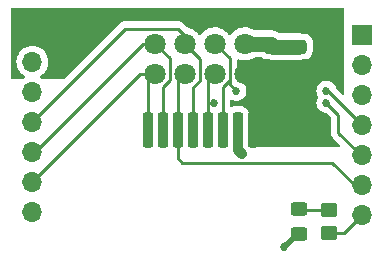
<source format=gbr>
%TF.GenerationSoftware,KiCad,Pcbnew,(6.0.5)*%
%TF.CreationDate,2022-06-21T02:12:09-04:00*%
%TF.ProjectId,nRF24L01_shield_v001a,6e524632-344c-4303-915f-736869656c64,rev?*%
%TF.SameCoordinates,Original*%
%TF.FileFunction,Copper,L1,Top*%
%TF.FilePolarity,Positive*%
%FSLAX46Y46*%
G04 Gerber Fmt 4.6, Leading zero omitted, Abs format (unit mm)*
G04 Created by KiCad (PCBNEW (6.0.5)) date 2022-06-21 02:12:09*
%MOMM*%
%LPD*%
G01*
G04 APERTURE LIST*
G04 Aperture macros list*
%AMRoundRect*
0 Rectangle with rounded corners*
0 $1 Rounding radius*
0 $2 $3 $4 $5 $6 $7 $8 $9 X,Y pos of 4 corners*
0 Add a 4 corners polygon primitive as box body*
4,1,4,$2,$3,$4,$5,$6,$7,$8,$9,$2,$3,0*
0 Add four circle primitives for the rounded corners*
1,1,$1+$1,$2,$3*
1,1,$1+$1,$4,$5*
1,1,$1+$1,$6,$7*
1,1,$1+$1,$8,$9*
0 Add four rect primitives between the rounded corners*
20,1,$1+$1,$2,$3,$4,$5,0*
20,1,$1+$1,$4,$5,$6,$7,0*
20,1,$1+$1,$6,$7,$8,$9,0*
20,1,$1+$1,$8,$9,$2,$3,0*%
G04 Aperture macros list end*
%TA.AperFunction,ComponentPad*%
%ADD10C,1.800000*%
%TD*%
%TA.AperFunction,SMDPad,CuDef*%
%ADD11RoundRect,0.250000X0.475000X-0.337500X0.475000X0.337500X-0.475000X0.337500X-0.475000X-0.337500X0*%
%TD*%
%TA.AperFunction,SMDPad,CuDef*%
%ADD12RoundRect,0.225000X0.225000X1.275000X-0.225000X1.275000X-0.225000X-1.275000X0.225000X-1.275000X0*%
%TD*%
%TA.AperFunction,ComponentPad*%
%ADD13R,1.700000X1.700000*%
%TD*%
%TA.AperFunction,ComponentPad*%
%ADD14O,1.700000X1.700000*%
%TD*%
%TA.AperFunction,SMDPad,CuDef*%
%ADD15RoundRect,0.250000X0.450000X-0.350000X0.450000X0.350000X-0.450000X0.350000X-0.450000X-0.350000X0*%
%TD*%
%TA.AperFunction,SMDPad,CuDef*%
%ADD16RoundRect,0.250000X0.450000X-0.325000X0.450000X0.325000X-0.450000X0.325000X-0.450000X-0.325000X0*%
%TD*%
%TA.AperFunction,ViaPad*%
%ADD17C,0.685800*%
%TD*%
%TA.AperFunction,Conductor*%
%ADD18C,1.275000*%
%TD*%
%TA.AperFunction,Conductor*%
%ADD19C,0.508000*%
%TD*%
%TA.AperFunction,Conductor*%
%ADD20C,0.875000*%
%TD*%
%TA.AperFunction,Conductor*%
%ADD21C,0.250000*%
%TD*%
%TA.AperFunction,Conductor*%
%ADD22C,0.152400*%
%TD*%
G04 APERTURE END LIST*
D10*
%TO.P,U1,1,GND*%
%TO.N,GND*%
X157710000Y-79330000D03*
%TO.P,U1,2,CE*%
%TO.N,D9*%
X155170000Y-79330000D03*
%TO.P,U1,3,SCK*%
%TO.N,D13{slash}SCK*%
X152630000Y-79330000D03*
%TO.P,U1,4,MISO*%
%TO.N,D12{slash}MISO*%
X150090000Y-79330000D03*
%TO.P,U1,5,IRQ*%
%TO.N,D2{slash}INT0*%
X150090000Y-81870000D03*
%TO.P,U1,6,MOSI*%
%TO.N,D11{slash}MOSI*%
X152630000Y-81870000D03*
%TO.P,U1,7,CSN*%
%TO.N,D10{slash}SS*%
X155170000Y-81870000D03*
%TO.P,U1,8,VCC*%
%TO.N,VCC*%
X157710000Y-81870000D03*
%TD*%
D11*
%TO.P,C1,1*%
%TO.N,VCC*%
X160100000Y-81637500D03*
%TO.P,C1,2*%
%TO.N,GND*%
X160100000Y-79562500D03*
%TD*%
%TO.P,C2,1*%
%TO.N,VCC*%
X162200000Y-81637500D03*
%TO.P,C2,2*%
%TO.N,GND*%
X162200000Y-79562500D03*
%TD*%
D12*
%TO.P,U2,1,3.3V*%
%TO.N,VCC*%
X158345000Y-86600000D03*
%TO.P,U2,2,GND*%
%TO.N,GND*%
X157075000Y-86600000D03*
%TO.P,U2,3,CE*%
%TO.N,D9*%
X155805000Y-86600000D03*
%TO.P,U2,4,CSN*%
%TO.N,D10{slash}SS*%
X154535000Y-86600000D03*
%TO.P,U2,5,SCK*%
%TO.N,D13{slash}SCK*%
X153265000Y-86600000D03*
%TO.P,U2,6,MOSI*%
%TO.N,D11{slash}MOSI*%
X151995000Y-86600000D03*
%TO.P,U2,7,MISO*%
%TO.N,D12{slash}MISO*%
X150725000Y-86600000D03*
%TO.P,U2,8,IRQ*%
%TO.N,D2{slash}INT0*%
X149455000Y-86600000D03*
%TD*%
D13*
%TO.P,J1,1,Pin_1*%
%TO.N,VCC*%
X139700000Y-78300000D03*
D14*
%TO.P,J1,2,Pin_2*%
%TO.N,D4*%
X139700000Y-80840000D03*
%TO.P,J1,3,Pin_3*%
%TO.N,D3*%
X139700000Y-83380000D03*
%TO.P,J1,4,Pin_4*%
%TO.N,D13{slash}SCK*%
X139700000Y-85920000D03*
%TO.P,J1,5,Pin_5*%
%TO.N,D12{slash}MISO*%
X139700000Y-88460000D03*
%TO.P,J1,6,Pin_6*%
%TO.N,D2{slash}INT0*%
X139700000Y-91000000D03*
%TO.P,J1,7,Pin_7*%
%TO.N,A5{slash}SCL*%
X139700000Y-93540000D03*
%TD*%
D13*
%TO.P,J2,1,Pin_1*%
%TO.N,GND*%
X167640000Y-78600000D03*
D14*
%TO.P,J2,2,Pin_2*%
%TO.N,D5*%
X167640000Y-81140000D03*
%TO.P,J2,3,Pin_3*%
%TO.N,D7*%
X167640000Y-83680000D03*
%TO.P,J2,4,Pin_4*%
%TO.N,D9*%
X167640000Y-86220000D03*
%TO.P,J2,5,Pin_5*%
%TO.N,D10{slash}SS*%
X167640000Y-88760000D03*
%TO.P,J2,6,Pin_6*%
%TO.N,D11{slash}MOSI*%
X167640000Y-91300000D03*
%TO.P,J2,7,Pin_7*%
%TO.N,D6*%
X167640000Y-93840000D03*
%TD*%
D15*
%TO.P,R1,1*%
%TO.N,D6*%
X164840196Y-95381022D03*
%TO.P,R1,2*%
%TO.N,Net-(D1-Pad2)*%
X164840196Y-93381022D03*
%TD*%
D16*
%TO.P,D1,1,K*%
%TO.N,GND*%
X162300196Y-95406022D03*
%TO.P,D1,2,A*%
%TO.N,Net-(D1-Pad2)*%
X162300196Y-93356022D03*
%TD*%
D17*
%TO.N,GND*%
X161036000Y-96520000D03*
X157463335Y-88675240D03*
%TO.N,D9*%
X164592000Y-83312000D03*
X156972000Y-83312000D03*
%TO.N,D10{slash}SS*%
X155105028Y-84323469D03*
X164592000Y-84328000D03*
%TD*%
D18*
%TO.N,GND*%
X159867500Y-79330000D02*
X160100000Y-79562500D01*
D19*
X162300196Y-95406022D02*
X162149978Y-95406022D01*
D18*
X157710000Y-79330000D02*
X159867500Y-79330000D01*
D20*
X157075000Y-86600000D02*
X157075000Y-88286905D01*
D19*
X162149978Y-95406022D02*
X161036000Y-96520000D01*
D20*
X157075000Y-88286905D02*
X157463335Y-88675240D01*
D18*
X160100000Y-79562500D02*
X162200000Y-79562500D01*
D21*
%TO.N,Net-(D1-Pad2)*%
X164840196Y-93381022D02*
X162325196Y-93381022D01*
D22*
X162325196Y-93381022D02*
X162300196Y-93356022D01*
D21*
%TO.N,D13{slash}SCK*%
X153265000Y-83057699D02*
X153900000Y-82422699D01*
X147570480Y-78049520D02*
X152050480Y-78049520D01*
X153900000Y-80600000D02*
X152630000Y-79330000D01*
X152630000Y-78629040D02*
X152630000Y-79330000D01*
X153900000Y-82422699D02*
X153900000Y-80600000D01*
X139700000Y-85920000D02*
X147570480Y-78049520D01*
X153265000Y-86600000D02*
X153265000Y-83057699D01*
X152050480Y-78049520D02*
X152630000Y-78629040D01*
%TO.N,D12{slash}MISO*%
X151314511Y-80554511D02*
X150090000Y-79330000D01*
X151314511Y-82377210D02*
X151314511Y-80554511D01*
X149070000Y-79330000D02*
X150090000Y-79330000D01*
X150725000Y-86600000D02*
X150725000Y-82966721D01*
X150725000Y-82966721D02*
X151314511Y-82377210D01*
X139940000Y-88460000D02*
X149070000Y-79330000D01*
X139700000Y-88460000D02*
X139940000Y-88460000D01*
%TO.N,D2{slash}INT0*%
X149455000Y-86600000D02*
X149455000Y-82505000D01*
X148830000Y-81870000D02*
X150090000Y-81870000D01*
X149455000Y-82505000D02*
X150090000Y-81870000D01*
X139700000Y-91000000D02*
X148830000Y-81870000D01*
%TO.N,D9*%
X155805000Y-82966721D02*
X156400000Y-82371721D01*
X155805000Y-86600000D02*
X155805000Y-82966721D01*
X156972000Y-83312000D02*
X156400000Y-82740000D01*
X156400000Y-82371721D02*
X156400000Y-80560000D01*
X164732000Y-83312000D02*
X167640000Y-86220000D01*
X156400000Y-82740000D02*
X156400000Y-82371721D01*
X156400000Y-80560000D02*
X155170000Y-79330000D01*
X164592000Y-83312000D02*
X164732000Y-83312000D01*
%TO.N,D10{slash}SS*%
X154535000Y-86600000D02*
X154535000Y-84431000D01*
X165608000Y-85344000D02*
X165608000Y-86868000D01*
X165608000Y-86868000D02*
X167500000Y-88760000D01*
X154535000Y-84431000D02*
X154535000Y-82505000D01*
X164592000Y-84328000D02*
X165608000Y-85344000D01*
X154638000Y-84328000D02*
X154535000Y-84431000D01*
X154535000Y-82505000D02*
X155170000Y-81870000D01*
X154940000Y-84328000D02*
X154638000Y-84328000D01*
X167500000Y-88760000D02*
X167640000Y-88760000D01*
%TO.N,D11{slash}MOSI*%
X151995000Y-86600000D02*
X151995000Y-82505000D01*
X167640000Y-91300000D02*
X166992000Y-91300000D01*
X166992000Y-91300000D02*
X165100000Y-89408000D01*
X165100000Y-89408000D02*
X152384794Y-89408000D01*
X151995000Y-82505000D02*
X152630000Y-81870000D01*
X152384794Y-89408000D02*
X151995000Y-89018206D01*
X151995000Y-89018206D02*
X151995000Y-86600000D01*
%TO.N,D6*%
X167640000Y-93840000D02*
X166098978Y-95381022D01*
X166098978Y-95381022D02*
X164840196Y-95381022D01*
%TD*%
%TA.AperFunction,Conductor*%
%TO.N,VCC*%
G36*
X166058121Y-76290502D02*
G01*
X166104614Y-76344158D01*
X166116000Y-76396500D01*
X166116000Y-83507219D01*
X166095998Y-83575340D01*
X166042342Y-83621833D01*
X165972068Y-83631937D01*
X165907488Y-83602443D01*
X165900905Y-83596314D01*
X165433877Y-83129286D01*
X165403139Y-83079127D01*
X165368771Y-82973354D01*
X165366729Y-82967069D01*
X165278084Y-82813531D01*
X165225465Y-82755091D01*
X165163876Y-82686690D01*
X165163875Y-82686689D01*
X165159454Y-82681779D01*
X165154112Y-82677898D01*
X165154110Y-82677896D01*
X165021365Y-82581452D01*
X165021364Y-82581451D01*
X165016023Y-82577571D01*
X164854061Y-82505460D01*
X164680645Y-82468600D01*
X164503355Y-82468600D01*
X164329939Y-82505460D01*
X164167977Y-82577571D01*
X164162636Y-82581451D01*
X164162635Y-82581452D01*
X164029890Y-82677896D01*
X164029888Y-82677898D01*
X164024546Y-82681779D01*
X164020125Y-82686689D01*
X164020124Y-82686690D01*
X163958536Y-82755091D01*
X163905916Y-82813531D01*
X163817271Y-82967069D01*
X163762486Y-83135681D01*
X163743954Y-83312000D01*
X163762486Y-83488319D01*
X163817271Y-83656931D01*
X163820574Y-83662653D01*
X163820575Y-83662654D01*
X163875046Y-83757000D01*
X163891784Y-83825995D01*
X163875046Y-83882999D01*
X163817271Y-83983069D01*
X163794722Y-84052469D01*
X163788038Y-84073041D01*
X163762486Y-84151681D01*
X163743954Y-84328000D01*
X163762486Y-84504319D01*
X163817271Y-84672931D01*
X163905916Y-84826469D01*
X163910334Y-84831376D01*
X163910335Y-84831377D01*
X164020124Y-84953310D01*
X164024546Y-84958221D01*
X164029888Y-84962102D01*
X164029890Y-84962104D01*
X164162635Y-85058548D01*
X164167977Y-85062429D01*
X164329939Y-85134540D01*
X164503355Y-85171400D01*
X164509958Y-85171400D01*
X164511233Y-85171534D01*
X164576890Y-85198547D01*
X164587159Y-85207749D01*
X164945596Y-85566187D01*
X164979621Y-85628499D01*
X164982500Y-85655282D01*
X164982500Y-86790297D01*
X164981983Y-86801257D01*
X164980327Y-86808667D01*
X164980576Y-86816593D01*
X164980576Y-86816594D01*
X164982438Y-86875841D01*
X164982500Y-86879799D01*
X164982500Y-86907350D01*
X164982996Y-86911273D01*
X164983003Y-86911388D01*
X164983923Y-86923068D01*
X164985291Y-86966627D01*
X164990836Y-86985712D01*
X164994844Y-87005062D01*
X164997336Y-87024792D01*
X165013384Y-87065323D01*
X165017219Y-87076524D01*
X165029382Y-87118390D01*
X165039498Y-87135494D01*
X165048195Y-87153245D01*
X165055514Y-87171732D01*
X165081129Y-87206988D01*
X165087646Y-87216910D01*
X165105790Y-87247590D01*
X165105793Y-87247594D01*
X165109830Y-87254420D01*
X165123880Y-87268470D01*
X165136721Y-87283504D01*
X165148406Y-87299587D01*
X165154514Y-87304640D01*
X165181989Y-87327369D01*
X165190769Y-87335359D01*
X165746184Y-87890774D01*
X165780210Y-87953086D01*
X165775145Y-88023901D01*
X165732598Y-88080737D01*
X165666078Y-88105548D01*
X165657089Y-88105869D01*
X158269347Y-88105869D01*
X158201226Y-88085867D01*
X158171426Y-88059162D01*
X158163445Y-88049306D01*
X158163439Y-88049299D01*
X158161364Y-88046737D01*
X158062405Y-87947778D01*
X158028379Y-87885466D01*
X158025500Y-87858683D01*
X158025499Y-85280061D01*
X158025499Y-85276794D01*
X158015003Y-85175628D01*
X157961463Y-85015148D01*
X157872440Y-84871289D01*
X157752711Y-84751769D01*
X157710056Y-84725476D01*
X157614927Y-84666837D01*
X157614925Y-84666836D01*
X157608697Y-84662997D01*
X157448124Y-84609737D01*
X157441288Y-84609037D01*
X157441285Y-84609036D01*
X157391203Y-84603905D01*
X157348207Y-84599500D01*
X157077107Y-84599500D01*
X156801794Y-84599501D01*
X156798550Y-84599838D01*
X156798542Y-84599838D01*
X156754120Y-84604447D01*
X156700628Y-84609997D01*
X156694090Y-84612178D01*
X156694091Y-84612178D01*
X156596376Y-84644778D01*
X156525426Y-84647362D01*
X156464343Y-84611178D01*
X156432518Y-84547714D01*
X156430500Y-84525254D01*
X156430500Y-84188148D01*
X156450502Y-84120027D01*
X156504158Y-84073534D01*
X156574432Y-84063430D01*
X156607746Y-84073040D01*
X156709939Y-84118540D01*
X156883355Y-84155400D01*
X157060645Y-84155400D01*
X157234061Y-84118540D01*
X157396023Y-84046429D01*
X157474581Y-83989354D01*
X157534110Y-83946104D01*
X157534112Y-83946102D01*
X157539454Y-83942221D01*
X157640921Y-83829531D01*
X157653665Y-83815377D01*
X157653666Y-83815376D01*
X157658084Y-83810469D01*
X157746729Y-83656931D01*
X157801514Y-83488319D01*
X157820046Y-83312000D01*
X157801514Y-83135681D01*
X157746729Y-82967069D01*
X157658084Y-82813531D01*
X157605465Y-82755091D01*
X157543876Y-82686690D01*
X157543875Y-82686689D01*
X157539454Y-82681779D01*
X157534112Y-82677898D01*
X157534110Y-82677896D01*
X157401365Y-82581452D01*
X157401364Y-82581451D01*
X157396023Y-82577571D01*
X157234061Y-82505460D01*
X157227603Y-82504087D01*
X157227602Y-82504087D01*
X157127504Y-82482811D01*
X157065031Y-82449083D01*
X157030709Y-82386933D01*
X157028260Y-82371424D01*
X157026059Y-82348144D01*
X157025500Y-82336284D01*
X157025500Y-80750820D01*
X157045502Y-80682699D01*
X157099158Y-80636206D01*
X157169432Y-80626102D01*
X157196448Y-80633110D01*
X157317934Y-80679501D01*
X157323000Y-80680532D01*
X157323001Y-80680532D01*
X157361168Y-80688297D01*
X157543607Y-80725414D01*
X157673352Y-80730172D01*
X157768585Y-80733664D01*
X157768589Y-80733664D01*
X157773749Y-80733853D01*
X157778869Y-80733197D01*
X157778871Y-80733197D01*
X157848272Y-80724307D01*
X158002178Y-80704591D01*
X158007126Y-80703106D01*
X158007133Y-80703105D01*
X158194882Y-80646777D01*
X158222761Y-80638413D01*
X158429574Y-80537096D01*
X158488424Y-80495119D01*
X158493609Y-80491421D01*
X158566777Y-80468000D01*
X159082667Y-80468000D01*
X159150788Y-80488002D01*
X159153980Y-80490280D01*
X159156689Y-80492984D01*
X159305666Y-80584814D01*
X159312614Y-80587119D01*
X159312615Y-80587119D01*
X159465241Y-80637744D01*
X159465243Y-80637745D01*
X159471772Y-80639910D01*
X159575134Y-80650500D01*
X159731711Y-80650500D01*
X159767497Y-80655689D01*
X159769760Y-80656359D01*
X159775320Y-80658600D01*
X159805373Y-80664469D01*
X159809264Y-80665229D01*
X159823524Y-80668891D01*
X159850757Y-80677608D01*
X159850761Y-80677609D01*
X159856469Y-80679436D01*
X159862414Y-80680150D01*
X159862418Y-80680151D01*
X159918269Y-80686860D01*
X159927391Y-80688297D01*
X159988446Y-80700220D01*
X159994171Y-80700500D01*
X160024276Y-80700500D01*
X160039304Y-80701399D01*
X160066123Y-80704621D01*
X160066127Y-80704621D01*
X160072070Y-80705335D01*
X160078045Y-80704912D01*
X160078049Y-80704912D01*
X160135907Y-80700815D01*
X160144806Y-80700500D01*
X162254252Y-80700500D01*
X162416169Y-80685052D01*
X162471257Y-80668891D01*
X162516580Y-80655595D01*
X162552049Y-80650500D01*
X162724866Y-80650500D01*
X162728112Y-80650163D01*
X162728116Y-80650163D01*
X162822661Y-80640353D01*
X162822665Y-80640352D01*
X162829519Y-80639641D01*
X162836055Y-80637460D01*
X162836057Y-80637460D01*
X162988581Y-80586574D01*
X162995529Y-80584256D01*
X163144345Y-80492166D01*
X163267984Y-80368311D01*
X163359814Y-80219334D01*
X163377122Y-80167152D01*
X163412744Y-80059759D01*
X163412745Y-80059757D01*
X163414910Y-80053228D01*
X163425500Y-79949866D01*
X163425500Y-79175134D01*
X163414641Y-79070481D01*
X163359256Y-78904471D01*
X163267166Y-78755655D01*
X163143311Y-78632016D01*
X162994334Y-78540186D01*
X162987385Y-78537881D01*
X162834759Y-78487256D01*
X162834757Y-78487255D01*
X162828228Y-78485090D01*
X162724866Y-78474500D01*
X162568289Y-78474500D01*
X162532503Y-78469311D01*
X162530238Y-78468640D01*
X162524680Y-78466400D01*
X162518798Y-78465251D01*
X162518797Y-78465251D01*
X162316000Y-78425648D01*
X162315997Y-78425648D01*
X162311554Y-78424780D01*
X162305829Y-78424500D01*
X160603503Y-78424500D01*
X160535382Y-78404498D01*
X160523273Y-78395655D01*
X160513032Y-78387198D01*
X160513033Y-78387198D01*
X160508410Y-78383381D01*
X160453787Y-78353538D01*
X160445856Y-78348819D01*
X160398634Y-78318328D01*
X160398630Y-78318326D01*
X160393589Y-78315071D01*
X160361517Y-78302145D01*
X160348204Y-78295852D01*
X160323111Y-78282142D01*
X160323102Y-78282138D01*
X160317845Y-78279266D01*
X160312139Y-78277439D01*
X160312133Y-78277437D01*
X160258587Y-78260298D01*
X160249906Y-78257165D01*
X160192180Y-78233900D01*
X160158234Y-78227271D01*
X160143972Y-78223609D01*
X160116741Y-78214892D01*
X160116733Y-78214890D01*
X160111031Y-78213065D01*
X160105088Y-78212351D01*
X160105083Y-78212350D01*
X160049240Y-78205642D01*
X160040127Y-78204206D01*
X159979054Y-78192280D01*
X159973329Y-78192000D01*
X159943222Y-78192000D01*
X159928196Y-78191101D01*
X159914765Y-78189488D01*
X159901375Y-78187879D01*
X159901373Y-78187879D01*
X159895430Y-78187165D01*
X159889455Y-78187588D01*
X159889451Y-78187588D01*
X159831593Y-78191685D01*
X159822694Y-78192000D01*
X158572593Y-78192000D01*
X158504472Y-78171998D01*
X158494502Y-78164883D01*
X158487681Y-78159496D01*
X158483165Y-78157003D01*
X158483162Y-78157001D01*
X158290589Y-78050695D01*
X158290585Y-78050693D01*
X158286065Y-78048198D01*
X158281196Y-78046474D01*
X158281192Y-78046472D01*
X158073853Y-77973049D01*
X158073849Y-77973048D01*
X158068978Y-77971323D01*
X158063885Y-77970416D01*
X158063882Y-77970415D01*
X157947238Y-77949638D01*
X157842250Y-77930937D01*
X157755802Y-77929881D01*
X157617141Y-77928186D01*
X157617139Y-77928186D01*
X157611971Y-77928123D01*
X157384325Y-77962958D01*
X157165424Y-78034506D01*
X156961149Y-78140845D01*
X156776984Y-78279119D01*
X156617877Y-78445616D01*
X156544131Y-78553724D01*
X156489220Y-78598726D01*
X156418695Y-78606897D01*
X156354948Y-78575643D01*
X156334251Y-78551159D01*
X156286215Y-78476906D01*
X156286213Y-78476903D01*
X156283405Y-78472563D01*
X156240716Y-78425648D01*
X156131890Y-78306051D01*
X156131889Y-78306050D01*
X156128412Y-78302229D01*
X156124361Y-78299030D01*
X156124357Y-78299026D01*
X155951735Y-78162697D01*
X155951730Y-78162693D01*
X155947681Y-78159496D01*
X155943165Y-78157003D01*
X155943162Y-78157001D01*
X155750589Y-78050695D01*
X155750585Y-78050693D01*
X155746065Y-78048198D01*
X155741196Y-78046474D01*
X155741192Y-78046472D01*
X155533853Y-77973049D01*
X155533849Y-77973048D01*
X155528978Y-77971323D01*
X155523885Y-77970416D01*
X155523882Y-77970415D01*
X155407238Y-77949638D01*
X155302250Y-77930937D01*
X155215802Y-77929881D01*
X155077141Y-77928186D01*
X155077139Y-77928186D01*
X155071971Y-77928123D01*
X154844325Y-77962958D01*
X154625424Y-78034506D01*
X154421149Y-78140845D01*
X154236984Y-78279119D01*
X154077877Y-78445616D01*
X154004131Y-78553724D01*
X153949220Y-78598726D01*
X153878695Y-78606897D01*
X153814948Y-78575643D01*
X153794251Y-78551159D01*
X153746215Y-78476906D01*
X153746213Y-78476903D01*
X153743405Y-78472563D01*
X153700716Y-78425648D01*
X153591890Y-78306051D01*
X153591889Y-78306050D01*
X153588412Y-78302229D01*
X153584361Y-78299030D01*
X153584357Y-78299026D01*
X153411735Y-78162697D01*
X153411730Y-78162693D01*
X153407681Y-78159496D01*
X153403165Y-78157003D01*
X153403162Y-78157001D01*
X153210589Y-78050695D01*
X153210585Y-78050693D01*
X153206065Y-78048198D01*
X153201196Y-78046474D01*
X153201192Y-78046472D01*
X152993853Y-77973049D01*
X152993849Y-77973048D01*
X152988978Y-77971323D01*
X152983888Y-77970416D01*
X152983883Y-77970415D01*
X152904949Y-77956355D01*
X152867235Y-77949638D01*
X152800236Y-77914686D01*
X152547718Y-77662167D01*
X152540332Y-77654050D01*
X152536266Y-77647643D01*
X152530491Y-77642220D01*
X152530487Y-77642215D01*
X152487257Y-77601619D01*
X152484415Y-77598864D01*
X152464951Y-77579400D01*
X152461821Y-77576972D01*
X152461739Y-77576900D01*
X152452831Y-77569291D01*
X152421062Y-77539458D01*
X152403647Y-77529884D01*
X152387118Y-77519027D01*
X152377680Y-77511706D01*
X152371416Y-77506847D01*
X152331422Y-77489540D01*
X152320762Y-77484318D01*
X152292336Y-77468691D01*
X152282572Y-77463323D01*
X152263316Y-77458379D01*
X152244627Y-77451980D01*
X152226376Y-77444082D01*
X152183321Y-77437263D01*
X152171717Y-77434860D01*
X152129499Y-77424020D01*
X152109624Y-77424020D01*
X152089914Y-77422469D01*
X152078113Y-77420600D01*
X152070284Y-77419360D01*
X152062392Y-77420106D01*
X152026901Y-77423461D01*
X152015043Y-77424020D01*
X147648183Y-77424020D01*
X147637223Y-77423503D01*
X147629813Y-77421847D01*
X147621887Y-77422096D01*
X147562625Y-77423958D01*
X147558668Y-77424020D01*
X147531130Y-77424020D01*
X147527199Y-77424517D01*
X147527068Y-77424525D01*
X147515419Y-77425442D01*
X147493839Y-77426119D01*
X147479774Y-77426561D01*
X147479773Y-77426561D01*
X147471853Y-77426810D01*
X147464239Y-77429022D01*
X147464240Y-77429022D01*
X147452767Y-77432355D01*
X147433408Y-77436364D01*
X147421559Y-77437861D01*
X147421553Y-77437863D01*
X147413688Y-77438856D01*
X147406317Y-77441774D01*
X147406315Y-77441775D01*
X147373172Y-77454898D01*
X147361939Y-77458744D01*
X147320090Y-77470902D01*
X147302981Y-77481020D01*
X147285235Y-77489715D01*
X147266748Y-77497034D01*
X147246554Y-77511706D01*
X147231492Y-77522649D01*
X147221570Y-77529166D01*
X147190890Y-77547310D01*
X147190886Y-77547313D01*
X147184060Y-77551350D01*
X147170010Y-77565400D01*
X147154976Y-77578241D01*
X147138893Y-77589926D01*
X147133840Y-77596034D01*
X147111111Y-77623509D01*
X147103121Y-77632289D01*
X142476314Y-82259095D01*
X142414002Y-82293121D01*
X142387219Y-82296000D01*
X140546141Y-82296000D01*
X140473870Y-82273213D01*
X140388181Y-82213213D01*
X140343853Y-82157756D01*
X140336544Y-82087137D01*
X140368575Y-82023776D01*
X140388181Y-82006787D01*
X140566890Y-81881654D01*
X140566893Y-81881652D01*
X140571401Y-81878495D01*
X140738495Y-81711401D01*
X140874035Y-81517829D01*
X140908468Y-81443989D01*
X140971580Y-81308645D01*
X140971581Y-81308643D01*
X140973903Y-81303663D01*
X140980896Y-81277567D01*
X141033639Y-81080723D01*
X141033639Y-81080722D01*
X141035063Y-81075408D01*
X141055659Y-80840000D01*
X141035063Y-80604592D01*
X141028581Y-80580400D01*
X140975326Y-80381647D01*
X140975325Y-80381645D01*
X140973903Y-80376337D01*
X140971580Y-80371355D01*
X140876358Y-80167152D01*
X140876356Y-80167149D01*
X140874035Y-80162171D01*
X140738495Y-79968599D01*
X140571401Y-79801505D01*
X140566893Y-79798348D01*
X140566890Y-79798346D01*
X140382339Y-79669122D01*
X140382336Y-79669120D01*
X140377830Y-79665965D01*
X140372848Y-79663642D01*
X140372843Y-79663639D01*
X140168645Y-79568420D01*
X140168644Y-79568419D01*
X140163663Y-79566097D01*
X140158355Y-79564675D01*
X140158353Y-79564674D01*
X139940723Y-79506361D01*
X139940722Y-79506361D01*
X139935408Y-79504937D01*
X139700000Y-79484341D01*
X139464592Y-79504937D01*
X139459278Y-79506361D01*
X139459277Y-79506361D01*
X139241647Y-79564674D01*
X139241645Y-79564675D01*
X139236337Y-79566097D01*
X139231357Y-79568419D01*
X139231355Y-79568420D01*
X139027152Y-79663642D01*
X139027149Y-79663644D01*
X139022171Y-79665965D01*
X138828599Y-79801505D01*
X138661505Y-79968599D01*
X138525965Y-80162171D01*
X138523644Y-80167149D01*
X138523642Y-80167152D01*
X138428420Y-80371355D01*
X138426097Y-80376337D01*
X138424675Y-80381645D01*
X138424674Y-80381647D01*
X138371419Y-80580400D01*
X138364937Y-80604592D01*
X138344341Y-80840000D01*
X138364937Y-81075408D01*
X138366361Y-81080722D01*
X138366361Y-81080723D01*
X138419105Y-81277567D01*
X138426097Y-81303663D01*
X138428419Y-81308643D01*
X138428420Y-81308645D01*
X138491533Y-81443989D01*
X138525965Y-81517829D01*
X138661505Y-81711401D01*
X138828599Y-81878495D01*
X138833107Y-81881652D01*
X138833110Y-81881654D01*
X139011820Y-82006788D01*
X139056148Y-82062245D01*
X139063457Y-82132865D01*
X139031426Y-82196225D01*
X139011828Y-82213207D01*
X138926128Y-82273215D01*
X138853860Y-82296000D01*
X137976500Y-82296000D01*
X137908379Y-82275998D01*
X137861886Y-82222342D01*
X137850500Y-82170000D01*
X137850500Y-76396500D01*
X137870502Y-76328379D01*
X137924158Y-76281886D01*
X137976500Y-76270500D01*
X165990000Y-76270500D01*
X166058121Y-76290502D01*
G37*
%TD.AperFunction*%
%TD*%
M02*

</source>
